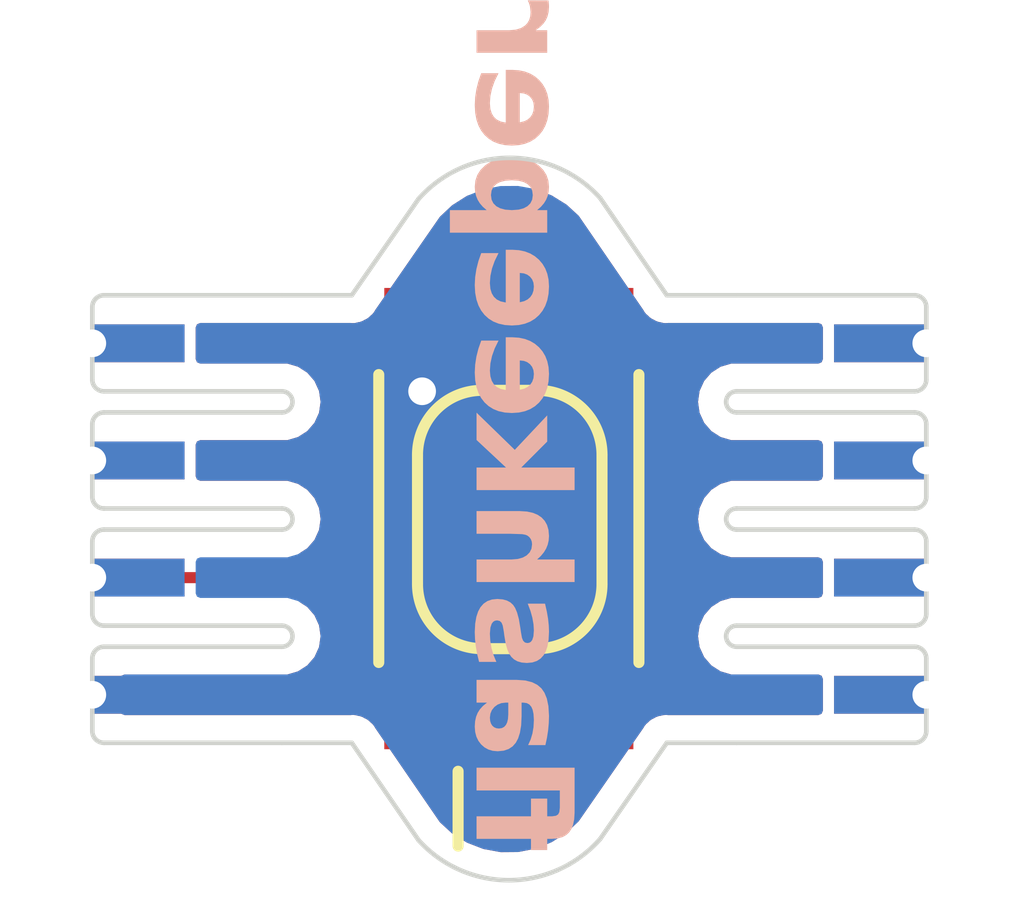
<source format=kicad_pcb>
(kicad_pcb (version 20240108) (generator "pcbnew") (generator_version "8.0")
  (layers (0 "F.Cu" signal) (31 "B.Cu" signal) (34 "B.Paste" user) (35 "F.Paste" user) (36 "B.SilkS" user "B.Silkscreen") (37 "F.SilkS" user "F.Silkscreen") (38 "B.Mask" user) (39 "F.Mask" user) (44 "Edge.Cuts" user))
  (net 0 "")
  (net 1 "{slash}WP")
  (net 2 "GND")
  (net 3 "DO")
  (net 4 "VCC")
  (net 5 "{slash}HOLD")
  (net 6 "CLK")
  (net 7 "{slash}CS")
  (net 8 "DI")
  (footprint "flashkeeper:SolderConnector_SOIC8Wide" (layer "F.Cu") (at 145.355 108.745)
    (property "Reference" "U1" (hide yes))
    (property "Value" "SPI Flash" (hide yes))
    (fp_line (start -4.52 -1.5113) (end -4.52 -2.2987) (stroke (width 0.05)) (layer "Edge.Cuts"))
    (fp_line (start -4.52 -1.0287) (end -4.52 -0.2413) (stroke (width 0.05)) (layer "Edge.Cuts"))
    (fp_line (start -4.52 0.2413) (end -4.52 1.0287) (stroke (width 0.05)) (layer "Edge.Cuts"))
    (fp_line (start -4.52 1.5113) (end -4.52 2.2987) (stroke (width 0.05)) (layer "Edge.Cuts"))
    (fp_line (start -4.393 -2.4257) (end -2.4645 -2.4257) (stroke (width 0.05)) (layer "Edge.Cuts"))
    (fp_line (start -4.393 -1.3843) (end -2.4645 -1.3843) (stroke (width 0.05)) (layer "Edge.Cuts"))
    (fp_line (start -4.393 -0.1143) (end -2.4645 -0.1143) (stroke (width 0.05)) (layer "Edge.Cuts"))
    (fp_line (start -4.393 1.1557) (end -2.4645 1.1557) (stroke (width 0.05)) (layer "Edge.Cuts"))
    (fp_line (start -4.393 2.4257) (end -2.4645 2.4257) (stroke (width 0.05)) (layer "Edge.Cuts"))
    (fp_line (start -2.4645 -1.1557) (end -4.393 -1.1557) (stroke (width 0.05)) (layer "Edge.Cuts"))
    (fp_line (start -2.4645 0.1143) (end -4.393 0.1143) (stroke (width 0.05)) (layer "Edge.Cuts"))
    (fp_line (start -2.4645 1.3843) (end -4.393 1.3843) (stroke (width 0.05)) (layer "Edge.Cuts"))
    (fp_line (start 2.4645 -1.1557) (end 4.393 -1.1557) (stroke (width 0.05)) (layer "Edge.Cuts"))
    (fp_line (start 2.4645 0.1143) (end 4.393 0.1143) (stroke (width 0.05)) (layer "Edge.Cuts"))
    (fp_line (start 2.4645 1.3843) (end 4.393 1.3843) (stroke (width 0.05)) (layer "Edge.Cuts"))
    (fp_line (start 4.393 -2.4257) (end 2.4645 -2.4257) (stroke (width 0.05)) (layer "Edge.Cuts"))
    (fp_line (start 4.393 -1.3843) (end 2.4645 -1.3843) (stroke (width 0.05)) (layer "Edge.Cuts"))
    (fp_line (start 4.393 -0.1143) (end 2.4645 -0.1143) (stroke (width 0.05)) (layer "Edge.Cuts"))
    (fp_line (start 4.393 1.1557) (end 2.4645 1.1557) (stroke (width 0.05)) (layer "Edge.Cuts"))
    (fp_line (start 4.393 2.4257) (end 2.4645 2.4257) (stroke (width 0.05)) (layer "Edge.Cuts"))
    (fp_line (start 4.52 -2.2987) (end 4.52 -1.5113) (stroke (width 0.05)) (layer "Edge.Cuts"))
    (fp_line (start 4.52 -1.0287) (end 4.52 -0.2413) (stroke (width 0.05)) (layer "Edge.Cuts"))
    (fp_line (start 4.52 0.2413) (end 4.52 1.0287) (stroke (width 0.05)) (layer "Edge.Cuts"))
    (fp_line (start 4.52 1.5113) (end 4.52 2.2987) (stroke (width 0.05)) (layer "Edge.Cuts"))
    (fp_arc (start -4.52 -2.2987) (mid -4.482803 -2.388503) (end -4.393 -2.4257) (stroke (width 0.05)) (layer "Edge.Cuts"))
    (fp_arc (start -4.52 -1.0287) (mid -4.482803 -1.118503) (end -4.393 -1.1557) (stroke (width 0.05)) (layer "Edge.Cuts"))
    (fp_arc (start -4.52 0.2413) (mid -4.482803 0.151497) (end -4.393 0.1143) (stroke (width 0.05)) (layer "Edge.Cuts"))
    (fp_arc (start -4.52 1.5113) (mid -4.482803 1.421497) (end -4.393 1.3843) (stroke (width 0.05)) (layer "Edge.Cuts"))
    (fp_arc (start -4.393 -1.3843) (mid -4.482803 -1.421497) (end -4.52 -1.5113) (stroke (width 0.05)) (layer "Edge.Cuts"))
    (fp_arc (start -4.393 -0.1143) (mid -4.482803 -0.151497) (end -4.52 -0.2413) (stroke (width 0.05)) (layer "Edge.Cuts"))
    (fp_arc (start -4.393 1.1557) (mid -4.482803 1.118503) (end -4.52 1.0287) (stroke (width 0.05)) (layer "Edge.Cuts"))
    (fp_arc (start -4.393 2.4257) (mid -4.482803 2.388503) (end -4.52 2.2987) (stroke (width 0.05)) (layer "Edge.Cuts"))
    (fp_arc (start -2.4645 -1.3843) (mid -2.3502 -1.27) (end -2.4645 -1.1557) (stroke (width 0.05)) (layer "Edge.Cuts"))
    (fp_arc (start -2.4645 -0.1143) (mid -2.3502 0) (end -2.4645 0.1143) (stroke (width 0.05)) (layer "Edge.Cuts"))
    (fp_arc (start -2.4645 1.1557) (mid -2.3502 1.27) (end -2.4645 1.3843) (stroke (width 0.05)) (layer "Edge.Cuts"))
    (fp_arc (start 2.4645 -1.1557) (mid 2.3502 -1.27) (end 2.4645 -1.3843) (stroke (width 0.05)) (layer "Edge.Cuts"))
    (fp_arc (start 2.4645 0.1143) (mid 2.3502 0) (end 2.4645 -0.1143) (stroke (width 0.05)) (layer "Edge.Cuts"))
    (fp_arc (start 2.4645 1.3843) (mid 2.3502 1.27) (end 2.4645 1.1557) (stroke (width 0.05)) (layer "Edge.Cuts"))
    (fp_arc (start 4.393 -2.4257) (mid 4.482803 -2.388503) (end 4.52 -2.2987) (stroke (width 0.05)) (layer "Edge.Cuts"))
    (fp_arc (start 4.393 -1.1557) (mid 4.482803 -1.118503) (end 4.52 -1.0287) (stroke (width 0.05)) (layer "Edge.Cuts"))
    (fp_arc (start 4.393 0.1143) (mid 4.482803 0.151497) (end 4.52 0.2413) (stroke (width 0.05)) (layer "Edge.Cuts"))
    (fp_arc (start 4.393 1.3843) (mid 4.482803 1.421497) (end 4.52 1.5113) (stroke (width 0.05)) (layer "Edge.Cuts"))
    (fp_arc (start 4.52 -1.5113) (mid 4.482803 -1.421497) (end 4.393 -1.3843) (stroke (width 0.05)) (layer "Edge.Cuts"))
    (fp_arc (start 4.52 -0.2413) (mid 4.482803 -0.151497) (end 4.393 -0.1143) (stroke (width 0.05)) (layer "Edge.Cuts"))
    (fp_arc (start 4.52 1.0287) (mid 4.482803 1.118503) (end 4.393 1.1557) (stroke (width 0.05)) (layer "Edge.Cuts"))
    (fp_arc (start 4.52 2.2987) (mid 4.482803 2.388503) (end 4.393 2.4257) (stroke (width 0.05)) (layer "Edge.Cuts"))
    (pad "1" thru_hole rect (at -4.52 -1.905) (size 1 0.41) (drill 0.3 (offset 0.5 0)) (property pad_prop_castellated) (layers "*.Cu" "*.Mask") (net 7 "{slash}CS"))
    (pad "2" thru_hole rect (at -4.52 -0.635) (size 1 0.41) (drill 0.3 (offset 0.5 0)) (property pad_prop_castellated) (layers "*.Cu" "*.Mask") (net 3 "DO"))
    (pad "3" thru_hole rect (at -4.52 0.635) (size 1 0.41) (drill 0.3 (offset 0.5 0)) (property pad_prop_castellated) (layers "*.Cu" "*.Mask") (net 1 "{slash}WP"))
    (pad "4" thru_hole rect (at -4.52 1.905) (size 1 0.41) (drill 0.3 (offset 0.5 0)) (property pad_prop_castellated) (layers "*.Cu" "*.Mask") (net 2 "GND"))
    (pad "5" thru_hole rect (at 4.52 1.905 180) (size 1 0.41) (drill 0.3 (offset 0.5 0)) (property pad_prop_castellated) (layers "*.Cu" "*.Mask") (net 8 "DI"))
    (pad "6" thru_hole rect (at 4.52 0.635 180) (size 1 0.41) (drill 0.3 (offset 0.5 0)) (property pad_prop_castellated) (layers "*.Cu" "*.Mask") (net 6 "CLK"))
    (pad "7" thru_hole rect (at 4.52 -0.635 180) (size 1 0.41) (drill 0.3 (offset 0.5 0)) (property pad_prop_castellated) (layers "*.Cu" "*.Mask") (net 5 "{slash}HOLD"))
    (pad "8" thru_hole rect (at 4.52 -1.905 180) (size 1 0.41) (drill 0.3 (offset 0.5 0)) (property pad_prop_castellated) (layers "*.Cu" "*.Mask") (net 4 "VCC"))
  )
  (footprint "Button_Switch_SMD:SW_DIP_SPSTx01_Slide_Copal_CVS-01xB_W5.9mm_P1mm" (layer "F.Cu") (at 145.35 108.74 90)
    (property "Reference" "SW1" (hide yes))
    (property "Value" "SW_DIP_x01" (hide yes))
    (fp_line (start -1.56 -1.41) (end 1.561 -1.41) (stroke (width 0.12)) (layer "F.SilkS"))
    (fp_line (start -3.55 -0.55) (end -2.739 -0.55) (stroke (width 0.12)) (layer "F.SilkS"))
    (fp_line (start -1.56 1.41) (end 1.561 1.41) (stroke (width 0.12)) (layer "F.SilkS"))
    (pad "1" smd rect (at -2.95 0 90) (size 1.2 0.5) (layers "F.Cu" "F.Paste" "F.Mask") (net 2 "GND"))
    (pad "2" smd rect (at 2.95 0 90) (size 1.2 0.5) (layers "F.Cu" "F.Paste" "F.Mask") (net 1 "{slash}WP"))
    (pad "3" smd rect (at -2.15 -1 90) (size 0.7 0.7) (layers "F.Cu" "F.Paste" "F.Mask") (net 2 "GND"))
    (pad "3" smd rect (at -2.15 1 90) (size 0.7 0.7) (layers "F.Cu" "F.Paste" "F.Mask") (net 2 "GND"))
    (pad "3" smd rect (at 2.15 -1 90) (size 0.7 0.7) (layers "F.Cu" "F.Paste" "F.Mask") (net 2 "GND"))
    (pad "3" smd rect (at 2.15 1 90) (size 0.7 0.7) (layers "F.Cu" "F.Paste" "F.Mask") (net 2 "GND"))
  )
  (footprint "Jumper:SolderJumper-2_P1.3mm_Open_RoundedPad1.0x1.5mm" (layer "F.Cu") (at 145.36 108.75 -90)
    (property "Reference" "JP1" (hide yes))
    (property "Value" "WP" (hide yes))
    (fp_line (start 0.7 1) (end -0.7 1) (stroke (width 0.12)) (layer "F.SilkS"))
    (fp_line (start -1.4 0.3) (end -1.4 -0.3) (stroke (width 0.12)) (layer "F.SilkS"))
    (fp_line (start 1.4 -0.3) (end 1.4 0.3) (stroke (width 0.12)) (layer "F.SilkS"))
    (fp_line (start -0.7 -1) (end 0.7 -1) (stroke (width 0.12)) (layer "F.SilkS"))
    (fp_arc (start -0.7 1) (mid -1.194975 0.794975) (end -1.4 0.3) (stroke (width 0.12)) (layer "F.SilkS"))
    (fp_arc (start 1.4 0.3) (mid 1.194975 0.794975) (end 0.7 1) (stroke (width 0.12)) (layer "F.SilkS"))
    (fp_arc (start -1.4 -0.3) (mid -1.194975 -0.794975) (end -0.7 -1) (stroke (width 0.12)) (layer "F.SilkS"))
    (fp_arc (start 0.7 -1) (mid 1.194975 -0.794975) (end 1.4 -0.3) (stroke (width 0.12)) (layer "F.SilkS"))
    (pad "1" smd custom (at -0.65 0 270) (size 1 0.5) (layers "F.Cu" "F.Mask") (net 1 "{slash}WP") (options (clearance outline) (anchor rect)) (primitives (gr_circle (center 0 0.25) (end 0.5 0.25) (width 0) (fill yes)) (gr_circle (center 0 -0.25) (end 0.5 -0.25) (width 0) (fill yes)) (gr_poly (pts (xy 0.5 0.75) (xy 0 0.75) (xy 0 -0.75) (xy 0.5 -0.75)) (width 0) (fill yes))))
    (pad "2" smd custom (at 0.65 0 270) (size 1 0.5) (layers "F.Cu" "F.Mask") (net 2 "GND") (options (clearance outline) (anchor rect)) (primitives (gr_circle (center 0 0.25) (end 0.5 0.25) (width 0) (fill yes)) (gr_circle (center 0 -0.25) (end 0.5 -0.25) (width 0) (fill yes)) (gr_poly (pts (xy 0 0.75) (xy -0.5 0.75) (xy -0.5 -0.75) (xy 0 -0.75)) (width 0) (fill yes))))
  )
  (gr_arc (start 144.370729 105.27602) (mid 145.3524 104.829985) (end 146.339142 105.264687) (stroke (width 0.05)) (layer "Edge.Cuts"))
  (gr_line (start 143.6475 111.1707) (end 144.370858 112.225313) (stroke (width 0.05)) (layer "Edge.Cuts"))
  (gr_line (start 147.0625 111.1707) (end 146.339271 112.21398) (stroke (width 0.05)) (layer "Edge.Cuts"))
  (gr_line (start 147.0625 111.1707) (end 147.8195 111.1707) (stroke (width 0.05)) (layer "Edge.Cuts"))
  (gr_line (start 143.6475 106.3193) (end 142.8905 106.3193) (stroke (width 0.05)) (layer "Edge.Cuts"))
  (gr_line (start 143.6475 106.3193) (end 144.370729 105.27602) (stroke (width 0.05)) (layer "Edge.Cuts"))
  (gr_line (start 143.6475 111.1707) (end 142.8905 111.1707) (stroke (width 0.05)) (layer "Edge.Cuts"))
  (gr_line (start 147.0625 106.3193) (end 146.339142 105.264687) (stroke (width 0.05)) (layer "Edge.Cuts"))
  (gr_arc (start 146.339271 112.21398) (mid 145.3576 112.660015) (end 144.370858 112.225313) (stroke (width 0.05)) (layer "Edge.Cuts"))
  (gr_line (start 147.8195 106.3193) (end 147.0625 106.3193) (stroke (width 0.05)) (layer "Edge.Cuts"))
  (gr_text "flashkeeper" (at 144.83 112.36 270) (layer "B.SilkS") (effects (font (size 1 1) (thickness 0.1)) (justify left bottom mirror)))
  (segment (start 145.36 107.81) (end 145.35 107.8) (width 0.12) (layer "F.Cu") (net 1))
  (segment (start 141.355 109.38) (end 144.03 109.38) (width 0.12) (layer "F.Cu") (net 1))
  (segment (start 144.28 109.13) (end 144.28 108.35) (width 0.12) (layer "F.Cu") (net 1))
  (segment (start 145.35 107.8) (end 145.35 105.74) (width 0.12) (layer "F.Cu") (net 1))
  (segment (start 145.36 108.1) (end 145.36 107.81) (width 0.12) (layer "F.Cu") (net 1))
  (segment (start 144.03 109.38) (end 144.28 109.13) (width 0.12) (layer "F.Cu") (net 1))
  (segment (start 144.53 108.1) (end 145.36 108.1) (width 0.12) (layer "F.Cu") (net 1))
  (segment (start 144.28 108.35) (end 144.53 108.1) (width 0.12) (layer "F.Cu") (net 1))
  (segment (start 145.36 109.4) (end 145.34 109.38) (width 0.12) (layer "F.Cu") (net 2))
  (segment (start 145.36 111.63) (end 145.35 111.64) (width 0.12) (layer "F.Cu") (net 2))
  (via (at 144.41 107.36) (size 0.6) (drill 0.3) (layers "F.Cu" "B.Cu") (net 2))
  (zone (net 2) (net_name "GND") (layers "F&B.Cu") (connect_pads yes (clearance 0.1)) (min_thickness 0.1) (fill yes (thermal_gap 0.5) (thermal_bridge_width 0.5))
    (polygon (pts (xy 150.936365 104.585856) (xy 150.93437 112.905333) (xy 139.83437 112.905333) (xy 139.836365 104.585856)))
  )
)
</source>
